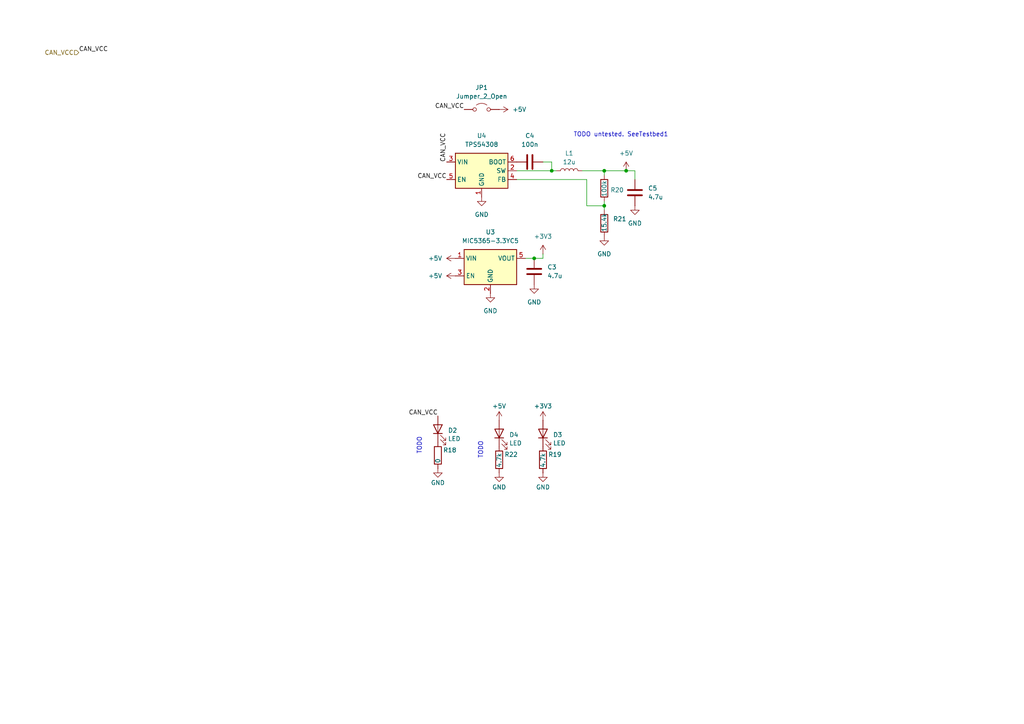
<source format=kicad_sch>
(kicad_sch
	(version 20231120)
	(generator "eeschema")
	(generator_version "8.0")
	(uuid "d8655863-c9d0-42c9-90c4-b2ed02261ce8")
	(paper "A4")
	(lib_symbols
		(symbol "Device:C"
			(pin_numbers hide)
			(pin_names
				(offset 0.254)
			)
			(exclude_from_sim no)
			(in_bom yes)
			(on_board yes)
			(property "Reference" "C"
				(at 0.635 2.54 0)
				(effects
					(font
						(size 1.27 1.27)
					)
					(justify left)
				)
			)
			(property "Value" "C"
				(at 0.635 -2.54 0)
				(effects
					(font
						(size 1.27 1.27)
					)
					(justify left)
				)
			)
			(property "Footprint" ""
				(at 0.9652 -3.81 0)
				(effects
					(font
						(size 1.27 1.27)
					)
					(hide yes)
				)
			)
			(property "Datasheet" "~"
				(at 0 0 0)
				(effects
					(font
						(size 1.27 1.27)
					)
					(hide yes)
				)
			)
			(property "Description" "Unpolarized capacitor"
				(at 0 0 0)
				(effects
					(font
						(size 1.27 1.27)
					)
					(hide yes)
				)
			)
			(property "ki_keywords" "cap capacitor"
				(at 0 0 0)
				(effects
					(font
						(size 1.27 1.27)
					)
					(hide yes)
				)
			)
			(property "ki_fp_filters" "C_*"
				(at 0 0 0)
				(effects
					(font
						(size 1.27 1.27)
					)
					(hide yes)
				)
			)
			(symbol "C_0_1"
				(polyline
					(pts
						(xy -2.032 -0.762) (xy 2.032 -0.762)
					)
					(stroke
						(width 0.508)
						(type default)
					)
					(fill
						(type none)
					)
				)
				(polyline
					(pts
						(xy -2.032 0.762) (xy 2.032 0.762)
					)
					(stroke
						(width 0.508)
						(type default)
					)
					(fill
						(type none)
					)
				)
			)
			(symbol "C_1_1"
				(pin passive line
					(at 0 3.81 270)
					(length 2.794)
					(name "~"
						(effects
							(font
								(size 1.27 1.27)
							)
						)
					)
					(number "1"
						(effects
							(font
								(size 1.27 1.27)
							)
						)
					)
				)
				(pin passive line
					(at 0 -3.81 90)
					(length 2.794)
					(name "~"
						(effects
							(font
								(size 1.27 1.27)
							)
						)
					)
					(number "2"
						(effects
							(font
								(size 1.27 1.27)
							)
						)
					)
				)
			)
		)
		(symbol "Device:L"
			(pin_numbers hide)
			(pin_names
				(offset 1.016) hide)
			(exclude_from_sim no)
			(in_bom yes)
			(on_board yes)
			(property "Reference" "L"
				(at -1.27 0 90)
				(effects
					(font
						(size 1.27 1.27)
					)
				)
			)
			(property "Value" "L"
				(at 1.905 0 90)
				(effects
					(font
						(size 1.27 1.27)
					)
				)
			)
			(property "Footprint" ""
				(at 0 0 0)
				(effects
					(font
						(size 1.27 1.27)
					)
					(hide yes)
				)
			)
			(property "Datasheet" "~"
				(at 0 0 0)
				(effects
					(font
						(size 1.27 1.27)
					)
					(hide yes)
				)
			)
			(property "Description" "Inductor"
				(at 0 0 0)
				(effects
					(font
						(size 1.27 1.27)
					)
					(hide yes)
				)
			)
			(property "ki_keywords" "inductor choke coil reactor magnetic"
				(at 0 0 0)
				(effects
					(font
						(size 1.27 1.27)
					)
					(hide yes)
				)
			)
			(property "ki_fp_filters" "Choke_* *Coil* Inductor_* L_*"
				(at 0 0 0)
				(effects
					(font
						(size 1.27 1.27)
					)
					(hide yes)
				)
			)
			(symbol "L_0_1"
				(arc
					(start 0 -2.54)
					(mid 0.6323 -1.905)
					(end 0 -1.27)
					(stroke
						(width 0)
						(type default)
					)
					(fill
						(type none)
					)
				)
				(arc
					(start 0 -1.27)
					(mid 0.6323 -0.635)
					(end 0 0)
					(stroke
						(width 0)
						(type default)
					)
					(fill
						(type none)
					)
				)
				(arc
					(start 0 0)
					(mid 0.6323 0.635)
					(end 0 1.27)
					(stroke
						(width 0)
						(type default)
					)
					(fill
						(type none)
					)
				)
				(arc
					(start 0 1.27)
					(mid 0.6323 1.905)
					(end 0 2.54)
					(stroke
						(width 0)
						(type default)
					)
					(fill
						(type none)
					)
				)
			)
			(symbol "L_1_1"
				(pin passive line
					(at 0 3.81 270)
					(length 1.27)
					(name "1"
						(effects
							(font
								(size 1.27 1.27)
							)
						)
					)
					(number "1"
						(effects
							(font
								(size 1.27 1.27)
							)
						)
					)
				)
				(pin passive line
					(at 0 -3.81 90)
					(length 1.27)
					(name "2"
						(effects
							(font
								(size 1.27 1.27)
							)
						)
					)
					(number "2"
						(effects
							(font
								(size 1.27 1.27)
							)
						)
					)
				)
			)
		)
		(symbol "Device:LED"
			(pin_numbers hide)
			(pin_names
				(offset 1.016) hide)
			(exclude_from_sim no)
			(in_bom yes)
			(on_board yes)
			(property "Reference" "D"
				(at 0 2.54 0)
				(effects
					(font
						(size 1.27 1.27)
					)
				)
			)
			(property "Value" "LED"
				(at 0 -2.54 0)
				(effects
					(font
						(size 1.27 1.27)
					)
				)
			)
			(property "Footprint" ""
				(at 0 0 0)
				(effects
					(font
						(size 1.27 1.27)
					)
					(hide yes)
				)
			)
			(property "Datasheet" "~"
				(at 0 0 0)
				(effects
					(font
						(size 1.27 1.27)
					)
					(hide yes)
				)
			)
			(property "Description" "Light emitting diode"
				(at 0 0 0)
				(effects
					(font
						(size 1.27 1.27)
					)
					(hide yes)
				)
			)
			(property "ki_keywords" "LED diode"
				(at 0 0 0)
				(effects
					(font
						(size 1.27 1.27)
					)
					(hide yes)
				)
			)
			(property "ki_fp_filters" "LED* LED_SMD:* LED_THT:*"
				(at 0 0 0)
				(effects
					(font
						(size 1.27 1.27)
					)
					(hide yes)
				)
			)
			(symbol "LED_0_1"
				(polyline
					(pts
						(xy -1.27 -1.27) (xy -1.27 1.27)
					)
					(stroke
						(width 0.254)
						(type default)
					)
					(fill
						(type none)
					)
				)
				(polyline
					(pts
						(xy -1.27 0) (xy 1.27 0)
					)
					(stroke
						(width 0)
						(type default)
					)
					(fill
						(type none)
					)
				)
				(polyline
					(pts
						(xy 1.27 -1.27) (xy 1.27 1.27) (xy -1.27 0) (xy 1.27 -1.27)
					)
					(stroke
						(width 0.254)
						(type default)
					)
					(fill
						(type none)
					)
				)
				(polyline
					(pts
						(xy -3.048 -0.762) (xy -4.572 -2.286) (xy -3.81 -2.286) (xy -4.572 -2.286) (xy -4.572 -1.524)
					)
					(stroke
						(width 0)
						(type default)
					)
					(fill
						(type none)
					)
				)
				(polyline
					(pts
						(xy -1.778 -0.762) (xy -3.302 -2.286) (xy -2.54 -2.286) (xy -3.302 -2.286) (xy -3.302 -1.524)
					)
					(stroke
						(width 0)
						(type default)
					)
					(fill
						(type none)
					)
				)
			)
			(symbol "LED_1_1"
				(pin passive line
					(at -3.81 0 0)
					(length 2.54)
					(name "K"
						(effects
							(font
								(size 1.27 1.27)
							)
						)
					)
					(number "1"
						(effects
							(font
								(size 1.27 1.27)
							)
						)
					)
				)
				(pin passive line
					(at 3.81 0 180)
					(length 2.54)
					(name "A"
						(effects
							(font
								(size 1.27 1.27)
							)
						)
					)
					(number "2"
						(effects
							(font
								(size 1.27 1.27)
							)
						)
					)
				)
			)
		)
		(symbol "Device:R"
			(pin_numbers hide)
			(pin_names
				(offset 0)
			)
			(exclude_from_sim no)
			(in_bom yes)
			(on_board yes)
			(property "Reference" "R"
				(at 2.032 0 90)
				(effects
					(font
						(size 1.27 1.27)
					)
				)
			)
			(property "Value" "R"
				(at 0 0 90)
				(effects
					(font
						(size 1.27 1.27)
					)
				)
			)
			(property "Footprint" ""
				(at -1.778 0 90)
				(effects
					(font
						(size 1.27 1.27)
					)
					(hide yes)
				)
			)
			(property "Datasheet" "~"
				(at 0 0 0)
				(effects
					(font
						(size 1.27 1.27)
					)
					(hide yes)
				)
			)
			(property "Description" "Resistor"
				(at 0 0 0)
				(effects
					(font
						(size 1.27 1.27)
					)
					(hide yes)
				)
			)
			(property "ki_keywords" "R res resistor"
				(at 0 0 0)
				(effects
					(font
						(size 1.27 1.27)
					)
					(hide yes)
				)
			)
			(property "ki_fp_filters" "R_*"
				(at 0 0 0)
				(effects
					(font
						(size 1.27 1.27)
					)
					(hide yes)
				)
			)
			(symbol "R_0_1"
				(rectangle
					(start -1.016 -2.54)
					(end 1.016 2.54)
					(stroke
						(width 0.254)
						(type default)
					)
					(fill
						(type none)
					)
				)
			)
			(symbol "R_1_1"
				(pin passive line
					(at 0 3.81 270)
					(length 1.27)
					(name "~"
						(effects
							(font
								(size 1.27 1.27)
							)
						)
					)
					(number "1"
						(effects
							(font
								(size 1.27 1.27)
							)
						)
					)
				)
				(pin passive line
					(at 0 -3.81 90)
					(length 1.27)
					(name "~"
						(effects
							(font
								(size 1.27 1.27)
							)
						)
					)
					(number "2"
						(effects
							(font
								(size 1.27 1.27)
							)
						)
					)
				)
			)
		)
		(symbol "Jumper:Jumper_2_Open"
			(pin_numbers hide)
			(pin_names
				(offset 0) hide)
			(exclude_from_sim yes)
			(in_bom yes)
			(on_board yes)
			(property "Reference" "JP"
				(at 0 2.794 0)
				(effects
					(font
						(size 1.27 1.27)
					)
				)
			)
			(property "Value" "Jumper_2_Open"
				(at 0 -2.286 0)
				(effects
					(font
						(size 1.27 1.27)
					)
				)
			)
			(property "Footprint" ""
				(at 0 0 0)
				(effects
					(font
						(size 1.27 1.27)
					)
					(hide yes)
				)
			)
			(property "Datasheet" "~"
				(at 0 0 0)
				(effects
					(font
						(size 1.27 1.27)
					)
					(hide yes)
				)
			)
			(property "Description" "Jumper, 2-pole, open"
				(at 0 0 0)
				(effects
					(font
						(size 1.27 1.27)
					)
					(hide yes)
				)
			)
			(property "ki_keywords" "Jumper SPST"
				(at 0 0 0)
				(effects
					(font
						(size 1.27 1.27)
					)
					(hide yes)
				)
			)
			(property "ki_fp_filters" "Jumper* TestPoint*2Pads* TestPoint*Bridge*"
				(at 0 0 0)
				(effects
					(font
						(size 1.27 1.27)
					)
					(hide yes)
				)
			)
			(symbol "Jumper_2_Open_0_0"
				(circle
					(center -2.032 0)
					(radius 0.508)
					(stroke
						(width 0)
						(type default)
					)
					(fill
						(type none)
					)
				)
				(circle
					(center 2.032 0)
					(radius 0.508)
					(stroke
						(width 0)
						(type default)
					)
					(fill
						(type none)
					)
				)
			)
			(symbol "Jumper_2_Open_0_1"
				(arc
					(start 1.524 1.27)
					(mid 0 1.778)
					(end -1.524 1.27)
					(stroke
						(width 0)
						(type default)
					)
					(fill
						(type none)
					)
				)
			)
			(symbol "Jumper_2_Open_1_1"
				(pin passive line
					(at -5.08 0 0)
					(length 2.54)
					(name "A"
						(effects
							(font
								(size 1.27 1.27)
							)
						)
					)
					(number "1"
						(effects
							(font
								(size 1.27 1.27)
							)
						)
					)
				)
				(pin passive line
					(at 5.08 0 180)
					(length 2.54)
					(name "B"
						(effects
							(font
								(size 1.27 1.27)
							)
						)
					)
					(number "2"
						(effects
							(font
								(size 1.27 1.27)
							)
						)
					)
				)
			)
		)
		(symbol "Regulator_Linear:MIC5365-3.3YC5"
			(exclude_from_sim no)
			(in_bom yes)
			(on_board yes)
			(property "Reference" "U"
				(at -6.35 6.35 0)
				(effects
					(font
						(size 1.27 1.27)
					)
				)
			)
			(property "Value" "MIC5365-3.3YC5"
				(at 0 6.35 0)
				(effects
					(font
						(size 1.27 1.27)
					)
					(justify left)
				)
			)
			(property "Footprint" "Package_TO_SOT_SMD:SOT-353_SC-70-5"
				(at 0 8.89 0)
				(effects
					(font
						(size 1.27 1.27)
					)
					(hide yes)
				)
			)
			(property "Datasheet" "http://ww1.microchip.com/downloads/en/DeviceDoc/mic5365.pdf"
				(at -7.62 20.32 0)
				(effects
					(font
						(size 1.27 1.27)
					)
					(hide yes)
				)
			)
			(property "Description" "150mA Low-dropout Voltage Regulator, Vout 3.3V, Vin up to 5.5V, SC-70-5"
				(at 0 0 0)
				(effects
					(font
						(size 1.27 1.27)
					)
					(hide yes)
				)
			)
			(property "ki_keywords" "Micrel LDO voltage regulator"
				(at 0 0 0)
				(effects
					(font
						(size 1.27 1.27)
					)
					(hide yes)
				)
			)
			(property "ki_fp_filters" "SOT*353*SC*70*"
				(at 0 0 0)
				(effects
					(font
						(size 1.27 1.27)
					)
					(hide yes)
				)
			)
			(symbol "MIC5365-3.3YC5_0_1"
				(rectangle
					(start -7.62 -5.08)
					(end 7.62 5.08)
					(stroke
						(width 0.254)
						(type default)
					)
					(fill
						(type background)
					)
				)
			)
			(symbol "MIC5365-3.3YC5_1_1"
				(pin power_in line
					(at -10.16 2.54 0)
					(length 2.54)
					(name "VIN"
						(effects
							(font
								(size 1.27 1.27)
							)
						)
					)
					(number "1"
						(effects
							(font
								(size 1.27 1.27)
							)
						)
					)
				)
				(pin power_in line
					(at 0 -7.62 90)
					(length 2.54)
					(name "GND"
						(effects
							(font
								(size 1.27 1.27)
							)
						)
					)
					(number "2"
						(effects
							(font
								(size 1.27 1.27)
							)
						)
					)
				)
				(pin input line
					(at -10.16 -2.54 0)
					(length 2.54)
					(name "EN"
						(effects
							(font
								(size 1.27 1.27)
							)
						)
					)
					(number "3"
						(effects
							(font
								(size 1.27 1.27)
							)
						)
					)
				)
				(pin no_connect line
					(at 7.62 -2.54 180)
					(length 2.54) hide
					(name "NC"
						(effects
							(font
								(size 1.27 1.27)
							)
						)
					)
					(number "4"
						(effects
							(font
								(size 1.27 1.27)
							)
						)
					)
				)
				(pin power_out line
					(at 10.16 2.54 180)
					(length 2.54)
					(name "VOUT"
						(effects
							(font
								(size 1.27 1.27)
							)
						)
					)
					(number "5"
						(effects
							(font
								(size 1.27 1.27)
							)
						)
					)
				)
			)
		)
		(symbol "Regulator_Switching:TPS54308"
			(exclude_from_sim no)
			(in_bom yes)
			(on_board yes)
			(property "Reference" "U"
				(at -7.62 6.35 0)
				(effects
					(font
						(size 1.27 1.27)
					)
					(justify left)
				)
			)
			(property "Value" "TPS54308"
				(at 0 6.35 0)
				(effects
					(font
						(size 1.27 1.27)
					)
					(justify left)
				)
			)
			(property "Footprint" "Package_TO_SOT_SMD:SOT-23-6"
				(at 1.27 -8.89 0)
				(effects
					(font
						(size 1.27 1.27)
					)
					(justify left)
					(hide yes)
				)
			)
			(property "Datasheet" "http://www.ti.com/lit/ds/symlink/tps54308.pdf"
				(at -7.62 8.89 0)
				(effects
					(font
						(size 1.27 1.27)
					)
					(hide yes)
				)
			)
			(property "Description" "3A, 4.5 to 28V Input, EMI Friendly integrated switch synchronous step-down regulator, continuous-conduction, SOT-23-6"
				(at 0 0 0)
				(effects
					(font
						(size 1.27 1.27)
					)
					(hide yes)
				)
			)
			(property "ki_keywords" "switching buck converter power-supply voltage regulator emi spread spectrum FCCM"
				(at 0 0 0)
				(effects
					(font
						(size 1.27 1.27)
					)
					(hide yes)
				)
			)
			(property "ki_fp_filters" "SOT?23*"
				(at 0 0 0)
				(effects
					(font
						(size 1.27 1.27)
					)
					(hide yes)
				)
			)
			(symbol "TPS54308_0_1"
				(rectangle
					(start -7.62 5.08)
					(end 7.62 -5.08)
					(stroke
						(width 0.254)
						(type default)
					)
					(fill
						(type background)
					)
				)
			)
			(symbol "TPS54308_1_1"
				(pin power_in line
					(at 0 -7.62 90)
					(length 2.54)
					(name "GND"
						(effects
							(font
								(size 1.27 1.27)
							)
						)
					)
					(number "1"
						(effects
							(font
								(size 1.27 1.27)
							)
						)
					)
				)
				(pin power_out line
					(at 10.16 0 180)
					(length 2.54)
					(name "SW"
						(effects
							(font
								(size 1.27 1.27)
							)
						)
					)
					(number "2"
						(effects
							(font
								(size 1.27 1.27)
							)
						)
					)
				)
				(pin power_in line
					(at -10.16 2.54 0)
					(length 2.54)
					(name "VIN"
						(effects
							(font
								(size 1.27 1.27)
							)
						)
					)
					(number "3"
						(effects
							(font
								(size 1.27 1.27)
							)
						)
					)
				)
				(pin input line
					(at 10.16 -2.54 180)
					(length 2.54)
					(name "FB"
						(effects
							(font
								(size 1.27 1.27)
							)
						)
					)
					(number "4"
						(effects
							(font
								(size 1.27 1.27)
							)
						)
					)
				)
				(pin input line
					(at -10.16 -2.54 0)
					(length 2.54)
					(name "EN"
						(effects
							(font
								(size 1.27 1.27)
							)
						)
					)
					(number "5"
						(effects
							(font
								(size 1.27 1.27)
							)
						)
					)
				)
				(pin passive line
					(at 10.16 2.54 180)
					(length 2.54)
					(name "BOOT"
						(effects
							(font
								(size 1.27 1.27)
							)
						)
					)
					(number "6"
						(effects
							(font
								(size 1.27 1.27)
							)
						)
					)
				)
			)
		)
		(symbol "power:+3V3"
			(power)
			(pin_numbers hide)
			(pin_names
				(offset 0) hide)
			(exclude_from_sim no)
			(in_bom yes)
			(on_board yes)
			(property "Reference" "#PWR"
				(at 0 -3.81 0)
				(effects
					(font
						(size 1.27 1.27)
					)
					(hide yes)
				)
			)
			(property "Value" "+3V3"
				(at 0 3.556 0)
				(effects
					(font
						(size 1.27 1.27)
					)
				)
			)
			(property "Footprint" ""
				(at 0 0 0)
				(effects
					(font
						(size 1.27 1.27)
					)
					(hide yes)
				)
			)
			(property "Datasheet" ""
				(at 0 0 0)
				(effects
					(font
						(size 1.27 1.27)
					)
					(hide yes)
				)
			)
			(property "Description" "Power symbol creates a global label with name \"+3V3\""
				(at 0 0 0)
				(effects
					(font
						(size 1.27 1.27)
					)
					(hide yes)
				)
			)
			(property "ki_keywords" "global power"
				(at 0 0 0)
				(effects
					(font
						(size 1.27 1.27)
					)
					(hide yes)
				)
			)
			(symbol "+3V3_0_1"
				(polyline
					(pts
						(xy -0.762 1.27) (xy 0 2.54)
					)
					(stroke
						(width 0)
						(type default)
					)
					(fill
						(type none)
					)
				)
				(polyline
					(pts
						(xy 0 0) (xy 0 2.54)
					)
					(stroke
						(width 0)
						(type default)
					)
					(fill
						(type none)
					)
				)
				(polyline
					(pts
						(xy 0 2.54) (xy 0.762 1.27)
					)
					(stroke
						(width 0)
						(type default)
					)
					(fill
						(type none)
					)
				)
			)
			(symbol "+3V3_1_1"
				(pin power_in line
					(at 0 0 90)
					(length 0)
					(name "~"
						(effects
							(font
								(size 1.27 1.27)
							)
						)
					)
					(number "1"
						(effects
							(font
								(size 1.27 1.27)
							)
						)
					)
				)
			)
		)
		(symbol "power:+5V"
			(power)
			(pin_numbers hide)
			(pin_names
				(offset 0) hide)
			(exclude_from_sim no)
			(in_bom yes)
			(on_board yes)
			(property "Reference" "#PWR"
				(at 0 -3.81 0)
				(effects
					(font
						(size 1.27 1.27)
					)
					(hide yes)
				)
			)
			(property "Value" "+5V"
				(at 0 3.556 0)
				(effects
					(font
						(size 1.27 1.27)
					)
				)
			)
			(property "Footprint" ""
				(at 0 0 0)
				(effects
					(font
						(size 1.27 1.27)
					)
					(hide yes)
				)
			)
			(property "Datasheet" ""
				(at 0 0 0)
				(effects
					(font
						(size 1.27 1.27)
					)
					(hide yes)
				)
			)
			(property "Description" "Power symbol creates a global label with name \"+5V\""
				(at 0 0 0)
				(effects
					(font
						(size 1.27 1.27)
					)
					(hide yes)
				)
			)
			(property "ki_keywords" "global power"
				(at 0 0 0)
				(effects
					(font
						(size 1.27 1.27)
					)
					(hide yes)
				)
			)
			(symbol "+5V_0_1"
				(polyline
					(pts
						(xy -0.762 1.27) (xy 0 2.54)
					)
					(stroke
						(width 0)
						(type default)
					)
					(fill
						(type none)
					)
				)
				(polyline
					(pts
						(xy 0 0) (xy 0 2.54)
					)
					(stroke
						(width 0)
						(type default)
					)
					(fill
						(type none)
					)
				)
				(polyline
					(pts
						(xy 0 2.54) (xy 0.762 1.27)
					)
					(stroke
						(width 0)
						(type default)
					)
					(fill
						(type none)
					)
				)
			)
			(symbol "+5V_1_1"
				(pin power_in line
					(at 0 0 90)
					(length 0)
					(name "~"
						(effects
							(font
								(size 1.27 1.27)
							)
						)
					)
					(number "1"
						(effects
							(font
								(size 1.27 1.27)
							)
						)
					)
				)
			)
		)
		(symbol "power:GND"
			(power)
			(pin_numbers hide)
			(pin_names
				(offset 0) hide)
			(exclude_from_sim no)
			(in_bom yes)
			(on_board yes)
			(property "Reference" "#PWR"
				(at 0 -6.35 0)
				(effects
					(font
						(size 1.27 1.27)
					)
					(hide yes)
				)
			)
			(property "Value" "GND"
				(at 0 -3.81 0)
				(effects
					(font
						(size 1.27 1.27)
					)
				)
			)
			(property "Footprint" ""
				(at 0 0 0)
				(effects
					(font
						(size 1.27 1.27)
					)
					(hide yes)
				)
			)
			(property "Datasheet" ""
				(at 0 0 0)
				(effects
					(font
						(size 1.27 1.27)
					)
					(hide yes)
				)
			)
			(property "Description" "Power symbol creates a global label with name \"GND\" , ground"
				(at 0 0 0)
				(effects
					(font
						(size 1.27 1.27)
					)
					(hide yes)
				)
			)
			(property "ki_keywords" "global power"
				(at 0 0 0)
				(effects
					(font
						(size 1.27 1.27)
					)
					(hide yes)
				)
			)
			(symbol "GND_0_1"
				(polyline
					(pts
						(xy 0 0) (xy 0 -1.27) (xy 1.27 -1.27) (xy 0 -2.54) (xy -1.27 -1.27) (xy 0 -1.27)
					)
					(stroke
						(width 0)
						(type default)
					)
					(fill
						(type none)
					)
				)
			)
			(symbol "GND_1_1"
				(pin power_in line
					(at 0 0 270)
					(length 0)
					(name "~"
						(effects
							(font
								(size 1.27 1.27)
							)
						)
					)
					(number "1"
						(effects
							(font
								(size 1.27 1.27)
							)
						)
					)
				)
			)
		)
	)
	(junction
		(at 175.26 49.53)
		(diameter 0)
		(color 0 0 0 0)
		(uuid "305ff871-4920-4ae6-8b80-7c5c16192e2d")
	)
	(junction
		(at 160.02 49.53)
		(diameter 0)
		(color 0 0 0 0)
		(uuid "4949dae4-d69b-4996-a8ba-89189c8f4f56")
	)
	(junction
		(at 181.61 49.53)
		(diameter 0)
		(color 0 0 0 0)
		(uuid "5c3b6e36-35fe-4272-9070-a87acf09e1f1")
	)
	(junction
		(at 154.94 74.93)
		(diameter 0)
		(color 0 0 0 0)
		(uuid "8ad5f8da-c573-4f64-968d-d82621bb2e38")
	)
	(junction
		(at 175.26 59.69)
		(diameter 0)
		(color 0 0 0 0)
		(uuid "a851567e-8412-46ee-b3cd-9e72786cf2c5")
	)
	(wire
		(pts
			(xy 157.48 74.93) (xy 157.48 73.66)
		)
		(stroke
			(width 0)
			(type default)
		)
		(uuid "0fa9acb3-7210-4a19-a64f-4137060cd288")
	)
	(wire
		(pts
			(xy 175.26 59.69) (xy 175.26 60.96)
		)
		(stroke
			(width 0)
			(type default)
		)
		(uuid "209185ac-b09f-4cf8-8028-f8e3ad47aa89")
	)
	(wire
		(pts
			(xy 175.26 49.53) (xy 175.26 50.8)
		)
		(stroke
			(width 0)
			(type default)
		)
		(uuid "2b3d7dd3-61bc-413e-8c1c-a2bc5e148a19")
	)
	(wire
		(pts
			(xy 175.26 49.53) (xy 181.61 49.53)
		)
		(stroke
			(width 0)
			(type default)
		)
		(uuid "43dba510-1a16-4a10-b3c7-74721c9ba618")
	)
	(wire
		(pts
			(xy 149.86 49.53) (xy 160.02 49.53)
		)
		(stroke
			(width 0)
			(type default)
		)
		(uuid "5d1a10ad-c480-4777-b2af-ec9e9e6f6d2c")
	)
	(wire
		(pts
			(xy 170.18 59.69) (xy 175.26 59.69)
		)
		(stroke
			(width 0)
			(type default)
		)
		(uuid "5e393e5c-8978-4840-b680-82b3bde48935")
	)
	(wire
		(pts
			(xy 181.61 49.53) (xy 184.15 49.53)
		)
		(stroke
			(width 0)
			(type default)
		)
		(uuid "6ea478ec-255a-41d6-a4aa-7d0b4d402138")
	)
	(wire
		(pts
			(xy 149.86 52.07) (xy 170.18 52.07)
		)
		(stroke
			(width 0)
			(type default)
		)
		(uuid "7030f9ce-3a23-4fb0-8402-895823815cfa")
	)
	(wire
		(pts
			(xy 184.15 49.53) (xy 184.15 52.07)
		)
		(stroke
			(width 0)
			(type default)
		)
		(uuid "72b9a8b1-ba6e-46f3-bca3-96f937951138")
	)
	(wire
		(pts
			(xy 175.26 59.69) (xy 175.26 58.42)
		)
		(stroke
			(width 0)
			(type default)
		)
		(uuid "bc7a7f7c-051f-4e94-a93d-05140bd7d5f1")
	)
	(wire
		(pts
			(xy 152.4 74.93) (xy 154.94 74.93)
		)
		(stroke
			(width 0)
			(type default)
		)
		(uuid "c2994bd4-f3fd-4c01-943e-7130582af248")
	)
	(wire
		(pts
			(xy 157.48 46.99) (xy 160.02 46.99)
		)
		(stroke
			(width 0)
			(type default)
		)
		(uuid "d48eb936-8638-47e6-9d2a-2f510bd3b6df")
	)
	(wire
		(pts
			(xy 160.02 46.99) (xy 160.02 49.53)
		)
		(stroke
			(width 0)
			(type default)
		)
		(uuid "dddb909c-16f5-4dab-a2d5-bff08fb87f1a")
	)
	(wire
		(pts
			(xy 168.91 49.53) (xy 175.26 49.53)
		)
		(stroke
			(width 0)
			(type default)
		)
		(uuid "e677f5a5-d9b3-4d56-9553-21b20b9f82cd")
	)
	(wire
		(pts
			(xy 154.94 74.93) (xy 157.48 74.93)
		)
		(stroke
			(width 0)
			(type default)
		)
		(uuid "ebe59ee0-c77d-4ce2-ac64-90d68f4a5850")
	)
	(wire
		(pts
			(xy 160.02 49.53) (xy 161.29 49.53)
		)
		(stroke
			(width 0)
			(type default)
		)
		(uuid "f3e810cf-973c-4601-af80-eabc5abb2ecb")
	)
	(wire
		(pts
			(xy 170.18 52.07) (xy 170.18 59.69)
		)
		(stroke
			(width 0)
			(type default)
		)
		(uuid "fd38c35a-0ceb-4d2b-9dcf-0cbfb30d9d26")
	)
	(text "TODO"
		(exclude_from_sim no)
		(at 139.446 130.556 90)
		(effects
			(font
				(size 1.27 1.27)
			)
		)
		(uuid "1c2f0383-f74b-4632-8ad5-242cc0da2db8")
	)
	(text "TODO untested. SeeTestbed1"
		(exclude_from_sim no)
		(at 180.086 39.116 0)
		(effects
			(font
				(size 1.27 1.27)
			)
		)
		(uuid "5b60fc43-cd33-408a-ae44-99fd387b873f")
	)
	(text "TODO"
		(exclude_from_sim no)
		(at 121.666 129.286 90)
		(effects
			(font
				(size 1.27 1.27)
			)
		)
		(uuid "adecc434-05ac-43f6-bc6f-bce94dc98d3d")
	)
	(label "CAN_VCC"
		(at 134.62 31.75 180)
		(fields_autoplaced yes)
		(effects
			(font
				(size 1.27 1.27)
			)
			(justify right bottom)
		)
		(uuid "020976ff-9e84-4535-9a2d-4254838bf4dc")
	)
	(label "CAN_VCC"
		(at 129.54 46.99 90)
		(fields_autoplaced yes)
		(effects
			(font
				(size 1.27 1.27)
			)
			(justify left bottom)
		)
		(uuid "023bdf70-58bc-4ec1-9a42-44605a7c4e34")
	)
	(label "CAN_VCC"
		(at 127 120.65 180)
		(fields_autoplaced yes)
		(effects
			(font
				(size 1.27 1.27)
			)
			(justify right bottom)
		)
		(uuid "81d53d3a-4800-4b46-9b93-17525056448a")
	)
	(label "CAN_VCC"
		(at 129.54 52.07 180)
		(fields_autoplaced yes)
		(effects
			(font
				(size 1.27 1.27)
			)
			(justify right bottom)
		)
		(uuid "a3801f73-83e2-42dc-a74b-9a8fcb33dbd4")
	)
	(label "CAN_VCC"
		(at 22.86 15.24 0)
		(fields_autoplaced yes)
		(effects
			(font
				(size 1.27 1.27)
			)
			(justify left bottom)
		)
		(uuid "bbf5029f-8bce-42fd-b9c3-44974e8f7e6f")
	)
	(hierarchical_label "CAN_VCC"
		(shape input)
		(at 22.86 15.24 180)
		(fields_autoplaced yes)
		(effects
			(font
				(size 1.27 1.27)
			)
			(justify right)
		)
		(uuid "5f4da1d7-72bd-4db9-9558-7bb457a35b57")
	)
	(symbol
		(lib_id "Device:R")
		(at 157.48 133.35 0)
		(unit 1)
		(exclude_from_sim no)
		(in_bom yes)
		(on_board yes)
		(dnp no)
		(uuid "03027d93-48ef-4d9c-a22c-76ec5383b77c")
		(property "Reference" "R19"
			(at 159.004 131.826 0)
			(effects
				(font
					(size 1.27 1.27)
				)
				(justify left)
			)
		)
		(property "Value" "4.7k"
			(at 157.48 135.636 90)
			(effects
				(font
					(size 1.27 1.27)
				)
				(justify left)
			)
		)
		(property "Footprint" "Resistor_SMD:R_0402_1005Metric_Pad0.72x0.64mm_HandSolder"
			(at 155.702 133.35 90)
			(effects
				(font
					(size 1.27 1.27)
				)
				(hide yes)
			)
		)
		(property "Datasheet" "~"
			(at 157.48 133.35 0)
			(effects
				(font
					(size 1.27 1.27)
				)
				(hide yes)
			)
		)
		(property "Description" "Resistor"
			(at 157.48 133.35 0)
			(effects
				(font
					(size 1.27 1.27)
				)
				(hide yes)
			)
		)
		(pin "2"
			(uuid "1371cf02-23f4-4c4c-972a-0defa88c196c")
		)
		(pin "1"
			(uuid "e2c07fd6-c085-4f1f-b1b8-8e2a5a36a908")
		)
		(instances
			(project "ErrorDisplay"
				(path "/96a9355b-dc07-421e-8192-6c91221ac38a/4cb849ab-6f58-464b-9cd3-f7bac15c10d4"
					(reference "R19")
					(unit 1)
				)
			)
		)
	)
	(symbol
		(lib_id "power:GND")
		(at 157.48 137.16 0)
		(unit 1)
		(exclude_from_sim no)
		(in_bom yes)
		(on_board yes)
		(dnp no)
		(fields_autoplaced yes)
		(uuid "0f53b65c-0d22-48bf-bdd5-ff63e1fbcd85")
		(property "Reference" "#PWR026"
			(at 157.48 143.51 0)
			(effects
				(font
					(size 1.27 1.27)
				)
				(hide yes)
			)
		)
		(property "Value" "GND"
			(at 157.48 141.2931 0)
			(effects
				(font
					(size 1.27 1.27)
				)
			)
		)
		(property "Footprint" ""
			(at 157.48 137.16 0)
			(effects
				(font
					(size 1.27 1.27)
				)
				(hide yes)
			)
		)
		(property "Datasheet" ""
			(at 157.48 137.16 0)
			(effects
				(font
					(size 1.27 1.27)
				)
				(hide yes)
			)
		)
		(property "Description" "Power symbol creates a global label with name \"GND\" , ground"
			(at 157.48 137.16 0)
			(effects
				(font
					(size 1.27 1.27)
				)
				(hide yes)
			)
		)
		(pin "1"
			(uuid "83cfb1f7-8a60-4635-8e27-0150b707a982")
		)
		(instances
			(project "ErrorDisplay"
				(path "/96a9355b-dc07-421e-8192-6c91221ac38a/4cb849ab-6f58-464b-9cd3-f7bac15c10d4"
					(reference "#PWR026")
					(unit 1)
				)
			)
		)
	)
	(symbol
		(lib_id "power:+5V")
		(at 132.08 74.93 90)
		(unit 1)
		(exclude_from_sim no)
		(in_bom yes)
		(on_board yes)
		(dnp no)
		(fields_autoplaced yes)
		(uuid "103f1361-f9ec-42c8-b286-5e410d62d298")
		(property "Reference" "#PWR028"
			(at 135.89 74.93 0)
			(effects
				(font
					(size 1.27 1.27)
				)
				(hide yes)
			)
		)
		(property "Value" "+5V"
			(at 128.27 74.9299 90)
			(effects
				(font
					(size 1.27 1.27)
				)
				(justify left)
			)
		)
		(property "Footprint" ""
			(at 132.08 74.93 0)
			(effects
				(font
					(size 1.27 1.27)
				)
				(hide yes)
			)
		)
		(property "Datasheet" ""
			(at 132.08 74.93 0)
			(effects
				(font
					(size 1.27 1.27)
				)
				(hide yes)
			)
		)
		(property "Description" "Power symbol creates a global label with name \"+5V\""
			(at 132.08 74.93 0)
			(effects
				(font
					(size 1.27 1.27)
				)
				(hide yes)
			)
		)
		(pin "1"
			(uuid "db7dfec7-f413-49ba-bd83-4de69ce45f55")
		)
		(instances
			(project "ErrorDisplay"
				(path "/96a9355b-dc07-421e-8192-6c91221ac38a/4cb849ab-6f58-464b-9cd3-f7bac15c10d4"
					(reference "#PWR028")
					(unit 1)
				)
			)
		)
	)
	(symbol
		(lib_id "Device:C")
		(at 153.67 46.99 90)
		(unit 1)
		(exclude_from_sim no)
		(in_bom yes)
		(on_board yes)
		(dnp no)
		(fields_autoplaced yes)
		(uuid "11e4e347-2d72-4340-8ac2-b1ffd129abd8")
		(property "Reference" "C4"
			(at 153.67 39.37 90)
			(effects
				(font
					(size 1.27 1.27)
				)
			)
		)
		(property "Value" "100n"
			(at 153.67 41.91 90)
			(effects
				(font
					(size 1.27 1.27)
				)
			)
		)
		(property "Footprint" "Capacitor_SMD:C_0603_1608Metric"
			(at 157.48 46.0248 0)
			(effects
				(font
					(size 1.27 1.27)
				)
				(hide yes)
			)
		)
		(property "Datasheet" "~"
			(at 153.67 46.99 0)
			(effects
				(font
					(size 1.27 1.27)
				)
				(hide yes)
			)
		)
		(property "Description" "Unpolarized capacitor"
			(at 153.67 46.99 0)
			(effects
				(font
					(size 1.27 1.27)
				)
				(hide yes)
			)
		)
		(pin "2"
			(uuid "45607789-b419-4b71-b63d-b771d8ab2caa")
		)
		(pin "1"
			(uuid "6fd41ee6-25b1-47c5-9f3a-2bac1d08ddd8")
		)
		(instances
			(project "ErrorDisplay"
				(path "/96a9355b-dc07-421e-8192-6c91221ac38a/4cb849ab-6f58-464b-9cd3-f7bac15c10d4"
					(reference "C4")
					(unit 1)
				)
			)
		)
	)
	(symbol
		(lib_id "power:+5V")
		(at 144.78 121.92 0)
		(unit 1)
		(exclude_from_sim no)
		(in_bom yes)
		(on_board yes)
		(dnp no)
		(fields_autoplaced yes)
		(uuid "12c8649e-aa18-488f-a76a-9d3a4c095e1b")
		(property "Reference" "#PWR039"
			(at 144.78 125.73 0)
			(effects
				(font
					(size 1.27 1.27)
				)
				(hide yes)
			)
		)
		(property "Value" "+5V"
			(at 144.78 117.7869 0)
			(effects
				(font
					(size 1.27 1.27)
				)
			)
		)
		(property "Footprint" ""
			(at 144.78 121.92 0)
			(effects
				(font
					(size 1.27 1.27)
				)
				(hide yes)
			)
		)
		(property "Datasheet" ""
			(at 144.78 121.92 0)
			(effects
				(font
					(size 1.27 1.27)
				)
				(hide yes)
			)
		)
		(property "Description" "Power symbol creates a global label with name \"+5V\""
			(at 144.78 121.92 0)
			(effects
				(font
					(size 1.27 1.27)
				)
				(hide yes)
			)
		)
		(pin "1"
			(uuid "24683a9f-0180-4969-8a87-edbdb91d8e4c")
		)
		(instances
			(project "ErrorDisplay"
				(path "/96a9355b-dc07-421e-8192-6c91221ac38a/4cb849ab-6f58-464b-9cd3-f7bac15c10d4"
					(reference "#PWR039")
					(unit 1)
				)
			)
		)
	)
	(symbol
		(lib_id "power:GND")
		(at 154.94 82.55 0)
		(unit 1)
		(exclude_from_sim no)
		(in_bom yes)
		(on_board yes)
		(dnp no)
		(fields_autoplaced yes)
		(uuid "22148388-937f-44f4-b181-c94463769a0d")
		(property "Reference" "#PWR033"
			(at 154.94 88.9 0)
			(effects
				(font
					(size 1.27 1.27)
				)
				(hide yes)
			)
		)
		(property "Value" "GND"
			(at 154.94 87.63 0)
			(effects
				(font
					(size 1.27 1.27)
				)
			)
		)
		(property "Footprint" ""
			(at 154.94 82.55 0)
			(effects
				(font
					(size 1.27 1.27)
				)
				(hide yes)
			)
		)
		(property "Datasheet" ""
			(at 154.94 82.55 0)
			(effects
				(font
					(size 1.27 1.27)
				)
				(hide yes)
			)
		)
		(property "Description" "Power symbol creates a global label with name \"GND\" , ground"
			(at 154.94 82.55 0)
			(effects
				(font
					(size 1.27 1.27)
				)
				(hide yes)
			)
		)
		(pin "1"
			(uuid "3caa3082-3a7b-428f-aea4-b06ab8bc2478")
		)
		(instances
			(project "ErrorDisplay"
				(path "/96a9355b-dc07-421e-8192-6c91221ac38a/4cb849ab-6f58-464b-9cd3-f7bac15c10d4"
					(reference "#PWR033")
					(unit 1)
				)
			)
		)
	)
	(symbol
		(lib_id "power:GND")
		(at 139.7 57.15 0)
		(unit 1)
		(exclude_from_sim no)
		(in_bom yes)
		(on_board yes)
		(dnp no)
		(fields_autoplaced yes)
		(uuid "23ce2092-b55f-4ebe-a278-a8eb50419c09")
		(property "Reference" "#PWR031"
			(at 139.7 63.5 0)
			(effects
				(font
					(size 1.27 1.27)
				)
				(hide yes)
			)
		)
		(property "Value" "GND"
			(at 139.7 62.23 0)
			(effects
				(font
					(size 1.27 1.27)
				)
			)
		)
		(property "Footprint" ""
			(at 139.7 57.15 0)
			(effects
				(font
					(size 1.27 1.27)
				)
				(hide yes)
			)
		)
		(property "Datasheet" ""
			(at 139.7 57.15 0)
			(effects
				(font
					(size 1.27 1.27)
				)
				(hide yes)
			)
		)
		(property "Description" "Power symbol creates a global label with name \"GND\" , ground"
			(at 139.7 57.15 0)
			(effects
				(font
					(size 1.27 1.27)
				)
				(hide yes)
			)
		)
		(pin "1"
			(uuid "a10bfc44-7e3f-420a-8f06-4f54820a6085")
		)
		(instances
			(project "ErrorDisplay"
				(path "/96a9355b-dc07-421e-8192-6c91221ac38a/4cb849ab-6f58-464b-9cd3-f7bac15c10d4"
					(reference "#PWR031")
					(unit 1)
				)
			)
		)
	)
	(symbol
		(lib_id "Device:C")
		(at 184.15 55.88 0)
		(unit 1)
		(exclude_from_sim no)
		(in_bom yes)
		(on_board yes)
		(dnp no)
		(fields_autoplaced yes)
		(uuid "2d4b5fcd-3484-4065-aeef-36ab830b8f95")
		(property "Reference" "C5"
			(at 187.96 54.6099 0)
			(effects
				(font
					(size 1.27 1.27)
				)
				(justify left)
			)
		)
		(property "Value" "4.7u"
			(at 187.96 57.1499 0)
			(effects
				(font
					(size 1.27 1.27)
				)
				(justify left)
			)
		)
		(property "Footprint" "Capacitor_SMD:C_0603_1608Metric"
			(at 185.1152 59.69 0)
			(effects
				(font
					(size 1.27 1.27)
				)
				(hide yes)
			)
		)
		(property "Datasheet" "~"
			(at 184.15 55.88 0)
			(effects
				(font
					(size 1.27 1.27)
				)
				(hide yes)
			)
		)
		(property "Description" "Unpolarized capacitor"
			(at 184.15 55.88 0)
			(effects
				(font
					(size 1.27 1.27)
				)
				(hide yes)
			)
		)
		(pin "2"
			(uuid "e2434d42-6fef-44e1-b768-dd2c1bae1fc7")
		)
		(pin "1"
			(uuid "c22690e0-4aa8-4051-9c4d-49a09cff29b0")
		)
		(instances
			(project "ErrorDisplay"
				(path "/96a9355b-dc07-421e-8192-6c91221ac38a/4cb849ab-6f58-464b-9cd3-f7bac15c10d4"
					(reference "C5")
					(unit 1)
				)
			)
		)
	)
	(symbol
		(lib_id "Device:L")
		(at 165.1 49.53 90)
		(unit 1)
		(exclude_from_sim no)
		(in_bom yes)
		(on_board yes)
		(dnp no)
		(fields_autoplaced yes)
		(uuid "4378474f-b221-4d0f-8ce2-95782abe43d5")
		(property "Reference" "L1"
			(at 165.1 44.45 90)
			(effects
				(font
					(size 1.27 1.27)
				)
			)
		)
		(property "Value" "12u"
			(at 165.1 46.99 90)
			(effects
				(font
					(size 1.27 1.27)
				)
			)
		)
		(property "Footprint" "Inductor_SMD:L_1812_4532Metric"
			(at 165.1 49.53 0)
			(effects
				(font
					(size 1.27 1.27)
				)
				(hide yes)
			)
		)
		(property "Datasheet" "~"
			(at 165.1 49.53 0)
			(effects
				(font
					(size 1.27 1.27)
				)
				(hide yes)
			)
		)
		(property "Description" "LQH43NH120J03L"
			(at 165.1 49.53 0)
			(effects
				(font
					(size 1.27 1.27)
				)
				(hide yes)
			)
		)
		(pin "1"
			(uuid "031d6853-a18b-4e6b-b97d-6c9e76e3b91f")
		)
		(pin "2"
			(uuid "e8fe8d2a-98d1-44ad-ba73-4dcb657219ec")
		)
		(instances
			(project "ErrorDisplay"
				(path "/96a9355b-dc07-421e-8192-6c91221ac38a/4cb849ab-6f58-464b-9cd3-f7bac15c10d4"
					(reference "L1")
					(unit 1)
				)
			)
		)
	)
	(symbol
		(lib_id "Jumper:Jumper_2_Open")
		(at 139.7 31.75 0)
		(unit 1)
		(exclude_from_sim yes)
		(in_bom yes)
		(on_board yes)
		(dnp no)
		(fields_autoplaced yes)
		(uuid "4c1ac485-059b-427d-b14f-cfefcfa7b7ec")
		(property "Reference" "JP1"
			(at 139.7 25.4 0)
			(effects
				(font
					(size 1.27 1.27)
				)
			)
		)
		(property "Value" "Jumper_2_Open"
			(at 139.7 27.94 0)
			(effects
				(font
					(size 1.27 1.27)
				)
			)
		)
		(property "Footprint" "Resistor_SMD:R_0805_2012Metric"
			(at 139.7 31.75 0)
			(effects
				(font
					(size 1.27 1.27)
				)
				(hide yes)
			)
		)
		(property "Datasheet" "~"
			(at 139.7 31.75 0)
			(effects
				(font
					(size 1.27 1.27)
				)
				(hide yes)
			)
		)
		(property "Description" "Jumper, 2-pole, open"
			(at 139.7 31.75 0)
			(effects
				(font
					(size 1.27 1.27)
				)
				(hide yes)
			)
		)
		(pin "2"
			(uuid "7837987b-ff2e-417b-93aa-d8408738a5e6")
		)
		(pin "1"
			(uuid "87e63891-0f96-4819-b62c-09c639b0fe8d")
		)
		(instances
			(project "ErrorDisplay"
				(path "/96a9355b-dc07-421e-8192-6c91221ac38a/4cb849ab-6f58-464b-9cd3-f7bac15c10d4"
					(reference "JP1")
					(unit 1)
				)
			)
		)
	)
	(symbol
		(lib_id "Regulator_Linear:MIC5365-3.3YC5")
		(at 142.24 77.47 0)
		(unit 1)
		(exclude_from_sim no)
		(in_bom yes)
		(on_board yes)
		(dnp no)
		(fields_autoplaced yes)
		(uuid "5c5e7b39-e57c-4383-8416-dc4560ea7e33")
		(property "Reference" "U3"
			(at 142.24 67.31 0)
			(effects
				(font
					(size 1.27 1.27)
				)
			)
		)
		(property "Value" "MIC5365-3.3YC5"
			(at 142.24 69.85 0)
			(effects
				(font
					(size 1.27 1.27)
				)
			)
		)
		(property "Footprint" "Package_TO_SOT_SMD:SOT-353_SC-70-5"
			(at 142.24 68.58 0)
			(effects
				(font
					(size 1.27 1.27)
				)
				(hide yes)
			)
		)
		(property "Datasheet" "http://ww1.microchip.com/downloads/en/DeviceDoc/mic5365.pdf"
			(at 134.62 57.15 0)
			(effects
				(font
					(size 1.27 1.27)
				)
				(hide yes)
			)
		)
		(property "Description" "150mA Low-dropout Voltage Regulator, Vout 3.3V, Vin up to 5.5V, SC-70-5"
			(at 142.24 77.47 0)
			(effects
				(font
					(size 1.27 1.27)
				)
				(hide yes)
			)
		)
		(pin "4"
			(uuid "ed6f53b7-37c6-4018-b0bb-5eec8bfc1f8d")
		)
		(pin "5"
			(uuid "7f4da6b5-c852-4a11-9492-982cfabc152d")
		)
		(pin "3"
			(uuid "110d3b1f-51ac-4936-9384-31a6e1a475d6")
		)
		(pin "1"
			(uuid "b00988f9-26d0-4fe5-977d-23b4ca2eb06f")
		)
		(pin "2"
			(uuid "0fc081f9-cf42-4ef6-b5cc-4c7e1de39421")
		)
		(instances
			(project "ErrorDisplay"
				(path "/96a9355b-dc07-421e-8192-6c91221ac38a/4cb849ab-6f58-464b-9cd3-f7bac15c10d4"
					(reference "U3")
					(unit 1)
				)
			)
		)
	)
	(symbol
		(lib_id "power:+5V")
		(at 132.08 80.01 90)
		(unit 1)
		(exclude_from_sim no)
		(in_bom yes)
		(on_board yes)
		(dnp no)
		(fields_autoplaced yes)
		(uuid "5d4b0dd7-7307-44dd-bc9e-d6e80d70daec")
		(property "Reference" "#PWR029"
			(at 135.89 80.01 0)
			(effects
				(font
					(size 1.27 1.27)
				)
				(hide yes)
			)
		)
		(property "Value" "+5V"
			(at 128.27 80.0099 90)
			(effects
				(font
					(size 1.27 1.27)
				)
				(justify left)
			)
		)
		(property "Footprint" ""
			(at 132.08 80.01 0)
			(effects
				(font
					(size 1.27 1.27)
				)
				(hide yes)
			)
		)
		(property "Datasheet" ""
			(at 132.08 80.01 0)
			(effects
				(font
					(size 1.27 1.27)
				)
				(hide yes)
			)
		)
		(property "Description" "Power symbol creates a global label with name \"+5V\""
			(at 132.08 80.01 0)
			(effects
				(font
					(size 1.27 1.27)
				)
				(hide yes)
			)
		)
		(pin "1"
			(uuid "021de16b-2b71-41c9-b675-eb9e058760cb")
		)
		(instances
			(project "ErrorDisplay"
				(path "/96a9355b-dc07-421e-8192-6c91221ac38a/4cb849ab-6f58-464b-9cd3-f7bac15c10d4"
					(reference "#PWR029")
					(unit 1)
				)
			)
		)
	)
	(symbol
		(lib_id "Device:R")
		(at 175.26 54.61 0)
		(unit 1)
		(exclude_from_sim no)
		(in_bom yes)
		(on_board yes)
		(dnp no)
		(uuid "5f1b5580-51a4-4709-99c5-a8dc5d059ac2")
		(property "Reference" "R20"
			(at 177.038 55.118 0)
			(effects
				(font
					(size 1.27 1.27)
				)
				(justify left)
			)
		)
		(property "Value" "100k"
			(at 175.26 57.15 90)
			(effects
				(font
					(size 1.27 1.27)
				)
				(justify left)
			)
		)
		(property "Footprint" "Resistor_SMD:R_0402_1005Metric"
			(at 173.482 54.61 90)
			(effects
				(font
					(size 1.27 1.27)
				)
				(hide yes)
			)
		)
		(property "Datasheet" "~"
			(at 175.26 54.61 0)
			(effects
				(font
					(size 1.27 1.27)
				)
				(hide yes)
			)
		)
		(property "Description" "Resistor"
			(at 175.26 54.61 0)
			(effects
				(font
					(size 1.27 1.27)
				)
				(hide yes)
			)
		)
		(pin "2"
			(uuid "f2255b26-d1ee-4846-9334-1b1f75c7e5fe")
		)
		(pin "1"
			(uuid "46296b4f-33b0-4c2f-9566-adf5199eb0ea")
		)
		(instances
			(project "ErrorDisplay"
				(path "/96a9355b-dc07-421e-8192-6c91221ac38a/4cb849ab-6f58-464b-9cd3-f7bac15c10d4"
					(reference "R20")
					(unit 1)
				)
			)
		)
	)
	(symbol
		(lib_id "power:+3V3")
		(at 157.48 73.66 0)
		(unit 1)
		(exclude_from_sim no)
		(in_bom yes)
		(on_board yes)
		(dnp no)
		(fields_autoplaced yes)
		(uuid "61f09c64-c584-40ea-a3e1-dfe7b9176973")
		(property "Reference" "#PWR034"
			(at 157.48 77.47 0)
			(effects
				(font
					(size 1.27 1.27)
				)
				(hide yes)
			)
		)
		(property "Value" "+3V3"
			(at 157.48 68.58 0)
			(effects
				(font
					(size 1.27 1.27)
				)
			)
		)
		(property "Footprint" ""
			(at 157.48 73.66 0)
			(effects
				(font
					(size 1.27 1.27)
				)
				(hide yes)
			)
		)
		(property "Datasheet" ""
			(at 157.48 73.66 0)
			(effects
				(font
					(size 1.27 1.27)
				)
				(hide yes)
			)
		)
		(property "Description" "Power symbol creates a global label with name \"+3V3\""
			(at 157.48 73.66 0)
			(effects
				(font
					(size 1.27 1.27)
				)
				(hide yes)
			)
		)
		(pin "1"
			(uuid "40d40cd6-e671-454b-8384-220651ac29b5")
		)
		(instances
			(project "ErrorDisplay"
				(path "/96a9355b-dc07-421e-8192-6c91221ac38a/4cb849ab-6f58-464b-9cd3-f7bac15c10d4"
					(reference "#PWR034")
					(unit 1)
				)
			)
		)
	)
	(symbol
		(lib_id "Device:R")
		(at 175.26 64.77 0)
		(unit 1)
		(exclude_from_sim no)
		(in_bom yes)
		(on_board yes)
		(dnp no)
		(uuid "631ed1dc-7f0e-4d8c-a679-685019d964ab")
		(property "Reference" "R21"
			(at 177.8 63.4999 0)
			(effects
				(font
					(size 1.27 1.27)
				)
				(justify left)
			)
		)
		(property "Value" "15.4k"
			(at 175.26 67.31 90)
			(effects
				(font
					(size 1.27 1.27)
				)
				(justify left)
			)
		)
		(property "Footprint" "Resistor_SMD:R_0402_1005Metric"
			(at 173.482 64.77 90)
			(effects
				(font
					(size 1.27 1.27)
				)
				(hide yes)
			)
		)
		(property "Datasheet" "~"
			(at 175.26 64.77 0)
			(effects
				(font
					(size 1.27 1.27)
				)
				(hide yes)
			)
		)
		(property "Description" "Resistor"
			(at 175.26 64.77 0)
			(effects
				(font
					(size 1.27 1.27)
				)
				(hide yes)
			)
		)
		(pin "1"
			(uuid "fcb58842-c7a2-4a8c-81ca-77dc5ee1d806")
		)
		(pin "2"
			(uuid "c357b4dd-abf0-4480-9956-a45009f166c3")
		)
		(instances
			(project "ErrorDisplay"
				(path "/96a9355b-dc07-421e-8192-6c91221ac38a/4cb849ab-6f58-464b-9cd3-f7bac15c10d4"
					(reference "R21")
					(unit 1)
				)
			)
		)
	)
	(symbol
		(lib_id "Device:LED")
		(at 127 124.46 90)
		(unit 1)
		(exclude_from_sim no)
		(in_bom yes)
		(on_board yes)
		(dnp no)
		(fields_autoplaced yes)
		(uuid "69fb5e7c-e23f-4170-8343-d6d61dc56f2f")
		(property "Reference" "D2"
			(at 129.921 124.8353 90)
			(effects
				(font
					(size 1.27 1.27)
				)
				(justify right)
			)
		)
		(property "Value" "LED"
			(at 129.921 127.2596 90)
			(effects
				(font
					(size 1.27 1.27)
				)
				(justify right)
			)
		)
		(property "Footprint" "LED_SMD:LED_0603_1608Metric_Pad1.05x0.95mm_HandSolder"
			(at 127 124.46 0)
			(effects
				(font
					(size 1.27 1.27)
				)
				(hide yes)
			)
		)
		(property "Datasheet" "~"
			(at 127 124.46 0)
			(effects
				(font
					(size 1.27 1.27)
				)
				(hide yes)
			)
		)
		(property "Description" "Light emitting diode"
			(at 127 124.46 0)
			(effects
				(font
					(size 1.27 1.27)
				)
				(hide yes)
			)
		)
		(pin "2"
			(uuid "eb25d03a-2efc-494e-a08d-d3e86c088cde")
		)
		(pin "1"
			(uuid "abb19c0e-5e0a-47ea-8e70-3dab51a322e1")
		)
		(instances
			(project "ErrorDisplay"
				(path "/96a9355b-dc07-421e-8192-6c91221ac38a/4cb849ab-6f58-464b-9cd3-f7bac15c10d4"
					(reference "D2")
					(unit 1)
				)
			)
		)
	)
	(symbol
		(lib_id "power:GND")
		(at 127 135.89 0)
		(unit 1)
		(exclude_from_sim no)
		(in_bom yes)
		(on_board yes)
		(dnp no)
		(fields_autoplaced yes)
		(uuid "7b07a9e0-eec5-45b5-88d2-1af9046df129")
		(property "Reference" "#PWR025"
			(at 127 142.24 0)
			(effects
				(font
					(size 1.27 1.27)
				)
				(hide yes)
			)
		)
		(property "Value" "GND"
			(at 127 140.0231 0)
			(effects
				(font
					(size 1.27 1.27)
				)
			)
		)
		(property "Footprint" ""
			(at 127 135.89 0)
			(effects
				(font
					(size 1.27 1.27)
				)
				(hide yes)
			)
		)
		(property "Datasheet" ""
			(at 127 135.89 0)
			(effects
				(font
					(size 1.27 1.27)
				)
				(hide yes)
			)
		)
		(property "Description" "Power symbol creates a global label with name \"GND\" , ground"
			(at 127 135.89 0)
			(effects
				(font
					(size 1.27 1.27)
				)
				(hide yes)
			)
		)
		(pin "1"
			(uuid "e14858c4-8972-4b2b-b800-f0cb558bb000")
		)
		(instances
			(project "ErrorDisplay"
				(path "/96a9355b-dc07-421e-8192-6c91221ac38a/4cb849ab-6f58-464b-9cd3-f7bac15c10d4"
					(reference "#PWR025")
					(unit 1)
				)
			)
		)
	)
	(symbol
		(lib_id "power:GND")
		(at 142.24 85.09 0)
		(unit 1)
		(exclude_from_sim no)
		(in_bom yes)
		(on_board yes)
		(dnp no)
		(fields_autoplaced yes)
		(uuid "8952728b-30ab-4a3e-ba40-9de039f756e3")
		(property "Reference" "#PWR030"
			(at 142.24 91.44 0)
			(effects
				(font
					(size 1.27 1.27)
				)
				(hide yes)
			)
		)
		(property "Value" "GND"
			(at 142.24 90.17 0)
			(effects
				(font
					(size 1.27 1.27)
				)
			)
		)
		(property "Footprint" ""
			(at 142.24 85.09 0)
			(effects
				(font
					(size 1.27 1.27)
				)
				(hide yes)
			)
		)
		(property "Datasheet" ""
			(at 142.24 85.09 0)
			(effects
				(font
					(size 1.27 1.27)
				)
				(hide yes)
			)
		)
		(property "Description" "Power symbol creates a global label with name \"GND\" , ground"
			(at 142.24 85.09 0)
			(effects
				(font
					(size 1.27 1.27)
				)
				(hide yes)
			)
		)
		(pin "1"
			(uuid "3cb85ea7-ff25-446e-9422-f4738f5c7edc")
		)
		(instances
			(project "ErrorDisplay"
				(path "/96a9355b-dc07-421e-8192-6c91221ac38a/4cb849ab-6f58-464b-9cd3-f7bac15c10d4"
					(reference "#PWR030")
					(unit 1)
				)
			)
		)
	)
	(symbol
		(lib_id "Regulator_Switching:TPS54308")
		(at 139.7 49.53 0)
		(unit 1)
		(exclude_from_sim no)
		(in_bom yes)
		(on_board yes)
		(dnp no)
		(fields_autoplaced yes)
		(uuid "8ab5912c-1a60-413d-af89-3cb6344b5ec4")
		(property "Reference" "U4"
			(at 139.7 39.37 0)
			(effects
				(font
					(size 1.27 1.27)
				)
			)
		)
		(property "Value" "TPS54308"
			(at 139.7 41.91 0)
			(effects
				(font
					(size 1.27 1.27)
				)
			)
		)
		(property "Footprint" "Package_TO_SOT_SMD:SOT-23-6"
			(at 140.97 58.42 0)
			(effects
				(font
					(size 1.27 1.27)
				)
				(justify left)
				(hide yes)
			)
		)
		(property "Datasheet" "http://www.ti.com/lit/ds/symlink/tps54308.pdf"
			(at 132.08 40.64 0)
			(effects
				(font
					(size 1.27 1.27)
				)
				(hide yes)
			)
		)
		(property "Description" "3A, 4.5 to 28V Input, EMI Friendly integrated switch synchronous step-down regulator, continuous-conduction, SOT-23-6"
			(at 139.7 49.53 0)
			(effects
				(font
					(size 1.27 1.27)
				)
				(hide yes)
			)
		)
		(pin "4"
			(uuid "2988050f-2050-442d-97e4-b397f57a6109")
		)
		(pin "5"
			(uuid "8df0bd05-74ca-4cba-8d80-95d1e0e4c403")
		)
		(pin "2"
			(uuid "d9a83e0e-d045-413c-9605-bd2d95c019a7")
		)
		(pin "3"
			(uuid "82daf1f0-ac3b-46d9-b0c8-5c940498ac35")
		)
		(pin "1"
			(uuid "c98484bb-363f-4c5e-8dce-7ce90e2c24d1")
		)
		(pin "6"
			(uuid "e4725cf7-1da6-4409-8932-4bac9b6f770d")
		)
		(instances
			(project "ErrorDisplay"
				(path "/96a9355b-dc07-421e-8192-6c91221ac38a/4cb849ab-6f58-464b-9cd3-f7bac15c10d4"
					(reference "U4")
					(unit 1)
				)
			)
		)
	)
	(symbol
		(lib_id "Device:LED")
		(at 144.78 125.73 90)
		(unit 1)
		(exclude_from_sim no)
		(in_bom yes)
		(on_board yes)
		(dnp no)
		(fields_autoplaced yes)
		(uuid "97fa8893-ebce-4b83-97e3-3f91c606e2a3")
		(property "Reference" "D4"
			(at 147.701 126.1053 90)
			(effects
				(font
					(size 1.27 1.27)
				)
				(justify right)
			)
		)
		(property "Value" "LED"
			(at 147.701 128.5296 90)
			(effects
				(font
					(size 1.27 1.27)
				)
				(justify right)
			)
		)
		(property "Footprint" "LED_SMD:LED_0603_1608Metric_Pad1.05x0.95mm_HandSolder"
			(at 144.78 125.73 0)
			(effects
				(font
					(size 1.27 1.27)
				)
				(hide yes)
			)
		)
		(property "Datasheet" "~"
			(at 144.78 125.73 0)
			(effects
				(font
					(size 1.27 1.27)
				)
				(hide yes)
			)
		)
		(property "Description" "Light emitting diode"
			(at 144.78 125.73 0)
			(effects
				(font
					(size 1.27 1.27)
				)
				(hide yes)
			)
		)
		(pin "2"
			(uuid "86f075d9-9d36-4f11-b490-bc4402726359")
		)
		(pin "1"
			(uuid "3f54c175-2653-4057-a38a-9b7f91813e52")
		)
		(instances
			(project "ErrorDisplay"
				(path "/96a9355b-dc07-421e-8192-6c91221ac38a/4cb849ab-6f58-464b-9cd3-f7bac15c10d4"
					(reference "D4")
					(unit 1)
				)
			)
		)
	)
	(symbol
		(lib_id "power:GND")
		(at 175.26 68.58 0)
		(unit 1)
		(exclude_from_sim no)
		(in_bom yes)
		(on_board yes)
		(dnp no)
		(fields_autoplaced yes)
		(uuid "c0dd1b90-5b5b-4c53-b3f0-525ec433f212")
		(property "Reference" "#PWR035"
			(at 175.26 74.93 0)
			(effects
				(font
					(size 1.27 1.27)
				)
				(hide yes)
			)
		)
		(property "Value" "GND"
			(at 175.26 73.66 0)
			(effects
				(font
					(size 1.27 1.27)
				)
			)
		)
		(property "Footprint" ""
			(at 175.26 68.58 0)
			(effects
				(font
					(size 1.27 1.27)
				)
				(hide yes)
			)
		)
		(property "Datasheet" ""
			(at 175.26 68.58 0)
			(effects
				(font
					(size 1.27 1.27)
				)
				(hide yes)
			)
		)
		(property "Description" "Power symbol creates a global label with name \"GND\" , ground"
			(at 175.26 68.58 0)
			(effects
				(font
					(size 1.27 1.27)
				)
				(hide yes)
			)
		)
		(pin "1"
			(uuid "eecfe240-c2eb-4467-b55f-9216e1bc99a4")
		)
		(instances
			(project "ErrorDisplay"
				(path "/96a9355b-dc07-421e-8192-6c91221ac38a/4cb849ab-6f58-464b-9cd3-f7bac15c10d4"
					(reference "#PWR035")
					(unit 1)
				)
			)
		)
	)
	(symbol
		(lib_id "power:GND")
		(at 144.78 137.16 0)
		(unit 1)
		(exclude_from_sim no)
		(in_bom yes)
		(on_board yes)
		(dnp no)
		(fields_autoplaced yes)
		(uuid "cbdf6a98-b226-40e7-b871-5c4423ace7f9")
		(property "Reference" "#PWR038"
			(at 144.78 143.51 0)
			(effects
				(font
					(size 1.27 1.27)
				)
				(hide yes)
			)
		)
		(property "Value" "GND"
			(at 144.78 141.2931 0)
			(effects
				(font
					(size 1.27 1.27)
				)
			)
		)
		(property "Footprint" ""
			(at 144.78 137.16 0)
			(effects
				(font
					(size 1.27 1.27)
				)
				(hide yes)
			)
		)
		(property "Datasheet" ""
			(at 144.78 137.16 0)
			(effects
				(font
					(size 1.27 1.27)
				)
				(hide yes)
			)
		)
		(property "Description" "Power symbol creates a global label with name \"GND\" , ground"
			(at 144.78 137.16 0)
			(effects
				(font
					(size 1.27 1.27)
				)
				(hide yes)
			)
		)
		(pin "1"
			(uuid "17c5c30e-9a94-47cc-b1f7-2abfe0fa1dda")
		)
		(instances
			(project "ErrorDisplay"
				(path "/96a9355b-dc07-421e-8192-6c91221ac38a/4cb849ab-6f58-464b-9cd3-f7bac15c10d4"
					(reference "#PWR038")
					(unit 1)
				)
			)
		)
	)
	(symbol
		(lib_id "power:+3V3")
		(at 157.48 121.92 0)
		(unit 1)
		(exclude_from_sim no)
		(in_bom yes)
		(on_board yes)
		(dnp no)
		(fields_autoplaced yes)
		(uuid "cfe80aa6-97fc-4e1c-b6e6-629b0c75fb1f")
		(property "Reference" "#PWR027"
			(at 157.48 125.73 0)
			(effects
				(font
					(size 1.27 1.27)
				)
				(hide yes)
			)
		)
		(property "Value" "+3V3"
			(at 157.48 117.7869 0)
			(effects
				(font
					(size 1.27 1.27)
				)
			)
		)
		(property "Footprint" ""
			(at 157.48 121.92 0)
			(effects
				(font
					(size 1.27 1.27)
				)
				(hide yes)
			)
		)
		(property "Datasheet" ""
			(at 157.48 121.92 0)
			(effects
				(font
					(size 1.27 1.27)
				)
				(hide yes)
			)
		)
		(property "Description" "Power symbol creates a global label with name \"+3V3\""
			(at 157.48 121.92 0)
			(effects
				(font
					(size 1.27 1.27)
				)
				(hide yes)
			)
		)
		(pin "1"
			(uuid "3c0134cb-9dea-45e8-b4d9-8b215d38ec9c")
		)
		(instances
			(project ""
				(path "/96a9355b-dc07-421e-8192-6c91221ac38a/4cb849ab-6f58-464b-9cd3-f7bac15c10d4"
					(reference "#PWR027")
					(unit 1)
				)
			)
		)
	)
	(symbol
		(lib_id "Device:C")
		(at 154.94 78.74 0)
		(unit 1)
		(exclude_from_sim no)
		(in_bom yes)
		(on_board yes)
		(dnp no)
		(fields_autoplaced yes)
		(uuid "d2222cac-ce54-44ec-8261-ce16d89b528c")
		(property "Reference" "C3"
			(at 158.75 77.4699 0)
			(effects
				(font
					(size 1.27 1.27)
				)
				(justify left)
			)
		)
		(property "Value" "4.7u"
			(at 158.75 80.0099 0)
			(effects
				(font
					(size 1.27 1.27)
				)
				(justify left)
			)
		)
		(property "Footprint" "Capacitor_SMD:C_0603_1608Metric"
			(at 155.9052 82.55 0)
			(effects
				(font
					(size 1.27 1.27)
				)
				(hide yes)
			)
		)
		(property "Datasheet" "~"
			(at 154.94 78.74 0)
			(effects
				(font
					(size 1.27 1.27)
				)
				(hide yes)
			)
		)
		(property "Description" "Unpolarized capacitor"
			(at 154.94 78.74 0)
			(effects
				(font
					(size 1.27 1.27)
				)
				(hide yes)
			)
		)
		(pin "2"
			(uuid "5db3d56a-379c-46d5-857a-529c44053f3a")
		)
		(pin "1"
			(uuid "9dd91e90-738d-494d-b528-6ea4d5ed4fdf")
		)
		(instances
			(project "ErrorDisplay"
				(path "/96a9355b-dc07-421e-8192-6c91221ac38a/4cb849ab-6f58-464b-9cd3-f7bac15c10d4"
					(reference "C3")
					(unit 1)
				)
			)
		)
	)
	(symbol
		(lib_id "power:+5V")
		(at 181.61 49.53 0)
		(unit 1)
		(exclude_from_sim no)
		(in_bom yes)
		(on_board yes)
		(dnp no)
		(fields_autoplaced yes)
		(uuid "d60b8151-2919-4f63-aacd-287da1c10997")
		(property "Reference" "#PWR036"
			(at 181.61 53.34 0)
			(effects
				(font
					(size 1.27 1.27)
				)
				(hide yes)
			)
		)
		(property "Value" "+5V"
			(at 181.61 44.45 0)
			(effects
				(font
					(size 1.27 1.27)
				)
			)
		)
		(property "Footprint" ""
			(at 181.61 49.53 0)
			(effects
				(font
					(size 1.27 1.27)
				)
				(hide yes)
			)
		)
		(property "Datasheet" ""
			(at 181.61 49.53 0)
			(effects
				(font
					(size 1.27 1.27)
				)
				(hide yes)
			)
		)
		(property "Description" "Power symbol creates a global label with name \"+5V\""
			(at 181.61 49.53 0)
			(effects
				(font
					(size 1.27 1.27)
				)
				(hide yes)
			)
		)
		(pin "1"
			(uuid "500a7f61-a33e-4f20-a847-bf0bd6474b28")
		)
		(instances
			(project "ErrorDisplay"
				(path "/96a9355b-dc07-421e-8192-6c91221ac38a/4cb849ab-6f58-464b-9cd3-f7bac15c10d4"
					(reference "#PWR036")
					(unit 1)
				)
			)
		)
	)
	(symbol
		(lib_id "Device:R")
		(at 127 132.08 0)
		(unit 1)
		(exclude_from_sim no)
		(in_bom yes)
		(on_board yes)
		(dnp no)
		(uuid "d9bab340-56cc-4212-bb75-d86a6f4dfbd1")
		(property "Reference" "R18"
			(at 128.524 130.556 0)
			(effects
				(font
					(size 1.27 1.27)
				)
				(justify left)
			)
		)
		(property "Value" "0"
			(at 127 134.366 90)
			(effects
				(font
					(size 1.27 1.27)
				)
				(justify left)
			)
		)
		(property "Footprint" "Resistor_SMD:R_0402_1005Metric_Pad0.72x0.64mm_HandSolder"
			(at 125.222 132.08 90)
			(effects
				(font
					(size 1.27 1.27)
				)
				(hide yes)
			)
		)
		(property "Datasheet" "~"
			(at 127 132.08 0)
			(effects
				(font
					(size 1.27 1.27)
				)
				(hide yes)
			)
		)
		(property "Description" "Resistor"
			(at 127 132.08 0)
			(effects
				(font
					(size 1.27 1.27)
				)
				(hide yes)
			)
		)
		(pin "2"
			(uuid "576146ae-2630-467a-9be3-b9795ffaf2d1")
		)
		(pin "1"
			(uuid "3a2481ab-73e6-4ded-8d48-86d907b69479")
		)
		(instances
			(project "ErrorDisplay"
				(path "/96a9355b-dc07-421e-8192-6c91221ac38a/4cb849ab-6f58-464b-9cd3-f7bac15c10d4"
					(reference "R18")
					(unit 1)
				)
			)
		)
	)
	(symbol
		(lib_id "power:+5V")
		(at 144.78 31.75 270)
		(unit 1)
		(exclude_from_sim no)
		(in_bom yes)
		(on_board yes)
		(dnp no)
		(fields_autoplaced yes)
		(uuid "da634814-d27a-46b0-ad68-9f3f7454c488")
		(property "Reference" "#PWR032"
			(at 140.97 31.75 0)
			(effects
				(font
					(size 1.27 1.27)
				)
				(hide yes)
			)
		)
		(property "Value" "+5V"
			(at 148.59 31.7499 90)
			(effects
				(font
					(size 1.27 1.27)
				)
				(justify left)
			)
		)
		(property "Footprint" ""
			(at 144.78 31.75 0)
			(effects
				(font
					(size 1.27 1.27)
				)
				(hide yes)
			)
		)
		(property "Datasheet" ""
			(at 144.78 31.75 0)
			(effects
				(font
					(size 1.27 1.27)
				)
				(hide yes)
			)
		)
		(property "Description" "Power symbol creates a global label with name \"+5V\""
			(at 144.78 31.75 0)
			(effects
				(font
					(size 1.27 1.27)
				)
				(hide yes)
			)
		)
		(pin "1"
			(uuid "0c487db6-dab3-49b0-9746-c1d155cf71ab")
		)
		(instances
			(project "ErrorDisplay"
				(path "/96a9355b-dc07-421e-8192-6c91221ac38a/4cb849ab-6f58-464b-9cd3-f7bac15c10d4"
					(reference "#PWR032")
					(unit 1)
				)
			)
		)
	)
	(symbol
		(lib_id "Device:R")
		(at 144.78 133.35 0)
		(unit 1)
		(exclude_from_sim no)
		(in_bom yes)
		(on_board yes)
		(dnp no)
		(uuid "f28496b1-941b-4ac4-a25b-de0b7e2f6a8c")
		(property "Reference" "R22"
			(at 146.304 131.826 0)
			(effects
				(font
					(size 1.27 1.27)
				)
				(justify left)
			)
		)
		(property "Value" "4.7k"
			(at 144.78 135.636 90)
			(effects
				(font
					(size 1.27 1.27)
				)
				(justify left)
			)
		)
		(property "Footprint" "Resistor_SMD:R_0402_1005Metric_Pad0.72x0.64mm_HandSolder"
			(at 143.002 133.35 90)
			(effects
				(font
					(size 1.27 1.27)
				)
				(hide yes)
			)
		)
		(property "Datasheet" "~"
			(at 144.78 133.35 0)
			(effects
				(font
					(size 1.27 1.27)
				)
				(hide yes)
			)
		)
		(property "Description" "Resistor"
			(at 144.78 133.35 0)
			(effects
				(font
					(size 1.27 1.27)
				)
				(hide yes)
			)
		)
		(pin "2"
			(uuid "8c006858-b8d0-4f47-ac84-26405490e7df")
		)
		(pin "1"
			(uuid "8926feff-83fd-4805-be4f-7a7052b3d126")
		)
		(instances
			(project "ErrorDisplay"
				(path "/96a9355b-dc07-421e-8192-6c91221ac38a/4cb849ab-6f58-464b-9cd3-f7bac15c10d4"
					(reference "R22")
					(unit 1)
				)
			)
		)
	)
	(symbol
		(lib_id "power:GND")
		(at 184.15 59.69 0)
		(unit 1)
		(exclude_from_sim no)
		(in_bom yes)
		(on_board yes)
		(dnp no)
		(fields_autoplaced yes)
		(uuid "f59b8445-4b79-4576-b8b6-18a72fab00d0")
		(property "Reference" "#PWR037"
			(at 184.15 66.04 0)
			(effects
				(font
					(size 1.27 1.27)
				)
				(hide yes)
			)
		)
		(property "Value" "GND"
			(at 184.15 64.77 0)
			(effects
				(font
					(size 1.27 1.27)
				)
			)
		)
		(property "Footprint" ""
			(at 184.15 59.69 0)
			(effects
				(font
					(size 1.27 1.27)
				)
				(hide yes)
			)
		)
		(property "Datasheet" ""
			(at 184.15 59.69 0)
			(effects
				(font
					(size 1.27 1.27)
				)
				(hide yes)
			)
		)
		(property "Description" "Power symbol creates a global label with name \"GND\" , ground"
			(at 184.15 59.69 0)
			(effects
				(font
					(size 1.27 1.27)
				)
				(hide yes)
			)
		)
		(pin "1"
			(uuid "49c53279-2887-4b0e-a541-8d683daf1433")
		)
		(instances
			(project "ErrorDisplay"
				(path "/96a9355b-dc07-421e-8192-6c91221ac38a/4cb849ab-6f58-464b-9cd3-f7bac15c10d4"
					(reference "#PWR037")
					(unit 1)
				)
			)
		)
	)
	(symbol
		(lib_id "Device:LED")
		(at 157.48 125.73 90)
		(unit 1)
		(exclude_from_sim no)
		(in_bom yes)
		(on_board yes)
		(dnp no)
		(fields_autoplaced yes)
		(uuid "fca73375-8941-453e-bbb5-a39225089a7c")
		(property "Reference" "D3"
			(at 160.401 126.1053 90)
			(effects
				(font
					(size 1.27 1.27)
				)
				(justify right)
			)
		)
		(property "Value" "LED"
			(at 160.401 128.5296 90)
			(effects
				(font
					(size 1.27 1.27)
				)
				(justify right)
			)
		)
		(property "Footprint" "LED_SMD:LED_0603_1608Metric_Pad1.05x0.95mm_HandSolder"
			(at 157.48 125.73 0)
			(effects
				(font
					(size 1.27 1.27)
				)
				(hide yes)
			)
		)
		(property "Datasheet" "~"
			(at 157.48 125.73 0)
			(effects
				(font
					(size 1.27 1.27)
				)
				(hide yes)
			)
		)
		(property "Description" "Light emitting diode"
			(at 157.48 125.73 0)
			(effects
				(font
					(size 1.27 1.27)
				)
				(hide yes)
			)
		)
		(pin "2"
			(uuid "ceab2ad8-de04-4d8e-a7e0-5f9cf14efeca")
		)
		(pin "1"
			(uuid "e92fc4da-737d-4c53-90d9-7296187d3d16")
		)
		(instances
			(project "ErrorDisplay"
				(path "/96a9355b-dc07-421e-8192-6c91221ac38a/4cb849ab-6f58-464b-9cd3-f7bac15c10d4"
					(reference "D3")
					(unit 1)
				)
			)
		)
	)
)

</source>
